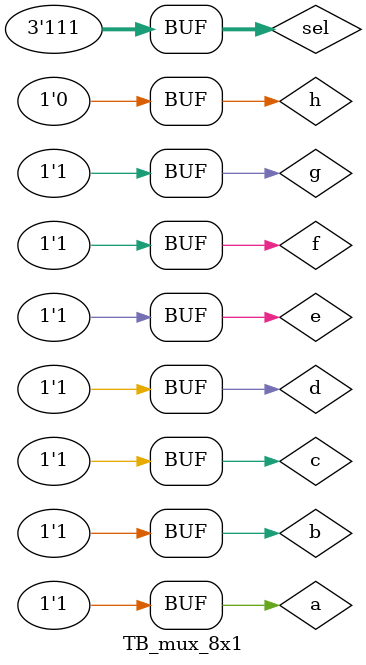
<source format=v>
module mux_8x1(
  a, b, c, d, e, f, g, h, sel,
  out
);
  input a, b, c, d, e, f, g, h;
  input [2:0] sel;

  output out;

  wire w0, w1;

  mux_4x1 m0(a, b, c, d, sel[1:0], w0);
  mux_4x1 m1(e, f, g, h, sel[1:0], w1);

  mux_2x1 m2(w0, w1, sel[2], out);

endmodule

module TB_mux_8x1();
  reg a, b, c, d, e, f, g, h;
  reg [2:0] sel;

  wire out;

  mux_8x1 mux_8x1(a, b, c, d, e, f, g, h, sel, out);

  initial begin
    sel = 000; a = 1; b = 0; c = 0; d = 0; e = 0; f = 0; g = 0; h = 0; #10; // out = 1
    sel = 001; a = 0; b = 1; c = 0; d = 0; e = 0; f = 0; g = 0; h = 0; #10; // out = 1
    sel = 010; a = 0; b = 0; c = 1; d = 0; e = 0; f = 0; g = 0; h = 0; #10; // out = 1
    sel = 011; a = 0; b = 0; c = 0; d = 1; e = 0; f = 0; g = 0; h = 0; #10; // out = 1
    sel = 100; a = 0; b = 0; c = 0; d = 0; e = 1; f = 0; g = 0; h = 0; #10; // out = 1
    sel = 101; a = 0; b = 0; c = 0; d = 0; e = 0; f = 1; g = 0; h = 0; #10; // out = 1
    sel = 110; a = 0; b = 0; c = 0; d = 0; e = 0; f = 0; g = 1; h = 0; #10; // out = 1
    sel = 111; a = 0; b = 0; c = 0; d = 0; e = 0; f = 0; g = 0; h = 1; #10; // out = 1

    sel = 000; a = 0; b = 0; c = 0; d = 0; e = 0; f = 0; g = 0; h = 0; #10; // out = 0
    sel = 001; a = 0; b = 0; c = 0; d = 0; e = 0; f = 0; g = 0; h = 0; #10; // out = 0
    sel = 010; a = 0; b = 0; c = 0; d = 0; e = 0; f = 0; g = 0; h = 0; #10; // out = 0
    sel = 011; a = 0; b = 0; c = 0; d = 0; e = 0; f = 0; g = 0; h = 0; #10; // out = 0
    sel = 100; a = 0; b = 0; c = 0; d = 0; e = 0; f = 0; g = 0; h = 0; #10; // out = 0
    sel = 101; a = 0; b = 0; c = 0; d = 0; e = 0; f = 0; g = 0; h = 0; #10; // out = 0
    sel = 110; a = 0; b = 0; c = 0; d = 0; e = 0; f = 0; g = 0; h = 0; #10; // out = 0
    sel = 111; a = 0; b = 0; c = 0; d = 0; e = 0; f = 0; g = 0; h = 0; #10; // out = 0

    sel = 000; a = 0; b = 1; c = 1; d = 1; e = 1; f = 1; g = 1; h = 1; #10; // out = 0
    sel = 001; a = 1; b = 0; c = 1; d = 1; e = 1; f = 1; g = 1; h = 1; #10; // out = 0
    sel = 010; a = 1; b = 1; c = 0; d = 1; e = 1; f = 1; g = 1; h = 1; #10; // out = 0
    sel = 011; a = 1; b = 1; c = 1; d = 0; e = 1; f = 1; g = 1; h = 1; #10; // out = 0
    sel = 100; a = 1; b = 1; c = 1; d = 1; e = 0; f = 1; g = 1; h = 1; #10; // out = 0
    sel = 101; a = 1; b = 1; c = 1; d = 1; e = 1; f = 0; g = 1; h = 1; #10; // out = 0
    sel = 110; a = 1; b = 1; c = 1; d = 1; e = 1; f = 1; g = 0; h = 1; #10; // out = 0
    sel = 111; a = 1; b = 1; c = 1; d = 1; e = 1; f = 1; g = 1; h = 0; #10; // out = 0
  end
endmodule
</source>
